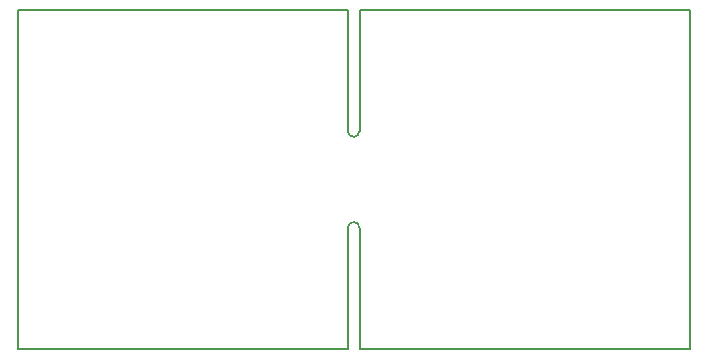
<source format=gbr>
G04 #@! TF.GenerationSoftware,KiCad,Pcbnew,(5.0.1)-4*
G04 #@! TF.CreationDate,2019-02-17T20:46:42+01:00*
G04 #@! TF.ProjectId,1U Rim,31552052696D2E6B696361645F706362,rev?*
G04 #@! TF.SameCoordinates,Original*
G04 #@! TF.FileFunction,Profile,NP*
%FSLAX46Y46*%
G04 Gerber Fmt 4.6, Leading zero omitted, Abs format (unit mm)*
G04 Created by KiCad (PCBNEW (5.0.1)-4) date 2/17/2019 8:46:42 PM*
%MOMM*%
%LPD*%
G01*
G04 APERTURE LIST*
%ADD10C,0.150000*%
G04 APERTURE END LIST*
D10*
X49056800Y-21640800D02*
X49056800Y-31915100D01*
X48056800Y-21640800D02*
X48056800Y-31915100D01*
X49056800Y-31915100D02*
G75*
G02X48056800Y-31915100I-500000J0D01*
G01*
X48056800Y-40132000D02*
G75*
G02X49056800Y-40132000I500000J0D01*
G01*
X76996800Y-21640800D02*
X76996800Y-50342800D01*
X49056800Y-21640800D02*
X76996800Y-21640800D01*
X49056800Y-50342800D02*
X76996800Y-50342800D01*
X49056800Y-40132000D02*
X49056800Y-50342800D01*
X20116800Y-50342800D02*
X48056800Y-50342800D01*
X20116800Y-21640800D02*
X20116800Y-50342800D01*
X48056800Y-40132000D02*
X48056800Y-50342800D01*
X20116800Y-21640800D02*
X48056800Y-21640800D01*
M02*

</source>
